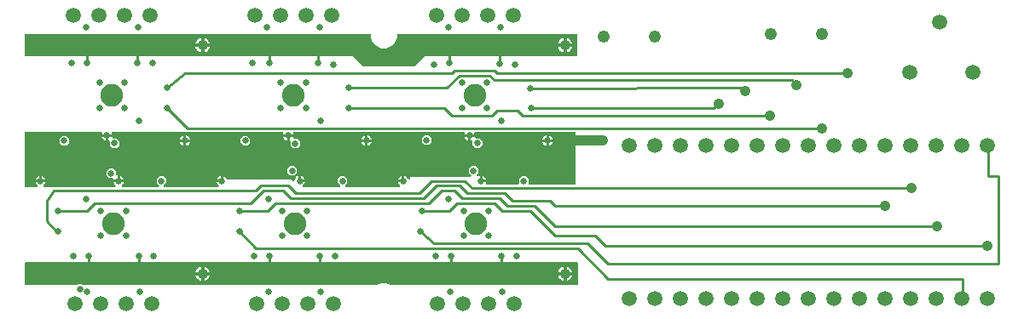
<source format=gbr>
G04 EAGLE Gerber RS-274X export*
G75*
%MOMM*%
%FSLAX34Y34*%
%LPD*%
%INCopper Layer 2*%
%IPPOS*%
%AMOC8*
5,1,8,0,0,1.08239X$1,22.5*%
G01*
%ADD10C,1.500000*%
%ADD11C,1.219200*%
%ADD12C,0.650000*%
%ADD13C,0.254000*%
%ADD14C,1.050000*%
%ADD15C,2.250000*%
%ADD16C,1.016000*%

G36*
X14917Y128748D02*
X14917Y128748D01*
X15056Y128761D01*
X15075Y128768D01*
X15095Y128771D01*
X15224Y128822D01*
X15355Y128869D01*
X15372Y128880D01*
X15391Y128888D01*
X15503Y128969D01*
X15618Y129047D01*
X15632Y129063D01*
X15648Y129074D01*
X15737Y129182D01*
X15829Y129286D01*
X15838Y129304D01*
X15851Y129319D01*
X15910Y129445D01*
X15973Y129569D01*
X15978Y129589D01*
X15986Y129607D01*
X16012Y129744D01*
X16043Y129879D01*
X16042Y129900D01*
X16046Y129920D01*
X16037Y130058D01*
X16033Y130197D01*
X16028Y130217D01*
X16026Y130237D01*
X15984Y130369D01*
X15945Y130503D01*
X15934Y130520D01*
X15928Y130539D01*
X15854Y130657D01*
X15783Y130777D01*
X15765Y130798D01*
X15758Y130808D01*
X15743Y130822D01*
X15677Y130898D01*
X14922Y131653D01*
X14347Y132513D01*
X13951Y133468D01*
X13899Y133731D01*
X19000Y133731D01*
X24101Y133731D01*
X24049Y133468D01*
X23653Y132513D01*
X23078Y131653D01*
X22323Y130898D01*
X22238Y130788D01*
X22149Y130681D01*
X22141Y130662D01*
X22128Y130646D01*
X22073Y130518D01*
X22014Y130393D01*
X22010Y130373D01*
X22002Y130354D01*
X21980Y130216D01*
X21954Y130081D01*
X21955Y130060D01*
X21952Y130040D01*
X21965Y129901D01*
X21974Y129763D01*
X21980Y129744D01*
X21982Y129724D01*
X22029Y129593D01*
X22072Y129461D01*
X22083Y129443D01*
X22089Y129424D01*
X22167Y129310D01*
X22242Y129192D01*
X22257Y129178D01*
X22268Y129161D01*
X22372Y129069D01*
X22474Y128974D01*
X22491Y128964D01*
X22506Y128951D01*
X22630Y128888D01*
X22752Y128820D01*
X22772Y128815D01*
X22790Y128806D01*
X22926Y128776D01*
X23060Y128741D01*
X23088Y128739D01*
X23100Y128737D01*
X23120Y128737D01*
X23221Y128731D01*
X92279Y128731D01*
X92417Y128748D01*
X92556Y128761D01*
X92575Y128768D01*
X92595Y128771D01*
X92724Y128822D01*
X92855Y128869D01*
X92872Y128880D01*
X92891Y128888D01*
X93003Y128969D01*
X93118Y129047D01*
X93132Y129063D01*
X93148Y129074D01*
X93237Y129182D01*
X93329Y129286D01*
X93338Y129304D01*
X93351Y129319D01*
X93410Y129445D01*
X93473Y129569D01*
X93478Y129589D01*
X93486Y129607D01*
X93512Y129744D01*
X93543Y129879D01*
X93542Y129900D01*
X93546Y129920D01*
X93537Y130058D01*
X93533Y130197D01*
X93528Y130217D01*
X93526Y130237D01*
X93484Y130369D01*
X93445Y130503D01*
X93434Y130520D01*
X93428Y130539D01*
X93354Y130657D01*
X93283Y130777D01*
X93265Y130798D01*
X93258Y130808D01*
X93243Y130822D01*
X93177Y130898D01*
X92422Y131653D01*
X91847Y132513D01*
X91451Y133468D01*
X91399Y133731D01*
X96500Y133731D01*
X101601Y133731D01*
X101549Y133468D01*
X101153Y132513D01*
X100578Y131653D01*
X99823Y130898D01*
X99738Y130788D01*
X99649Y130681D01*
X99641Y130662D01*
X99628Y130646D01*
X99573Y130518D01*
X99514Y130393D01*
X99510Y130373D01*
X99502Y130354D01*
X99480Y130216D01*
X99454Y130081D01*
X99455Y130060D01*
X99452Y130040D01*
X99465Y129901D01*
X99474Y129763D01*
X99480Y129744D01*
X99482Y129724D01*
X99529Y129593D01*
X99572Y129461D01*
X99583Y129443D01*
X99589Y129424D01*
X99667Y129310D01*
X99742Y129192D01*
X99757Y129178D01*
X99768Y129161D01*
X99872Y129069D01*
X99974Y128974D01*
X99991Y128964D01*
X100006Y128951D01*
X100130Y128888D01*
X100252Y128820D01*
X100272Y128815D01*
X100290Y128806D01*
X100426Y128776D01*
X100560Y128741D01*
X100588Y128739D01*
X100600Y128737D01*
X100620Y128737D01*
X100721Y128731D01*
X135453Y128731D01*
X135590Y128748D01*
X135729Y128761D01*
X135748Y128768D01*
X135768Y128771D01*
X135897Y128822D01*
X136028Y128869D01*
X136045Y128880D01*
X136064Y128888D01*
X136176Y128969D01*
X136291Y129047D01*
X136305Y129063D01*
X136321Y129074D01*
X136410Y129182D01*
X136502Y129286D01*
X136511Y129304D01*
X136524Y129319D01*
X136583Y129445D01*
X136646Y129569D01*
X136651Y129589D01*
X136659Y129607D01*
X136686Y129743D01*
X136716Y129879D01*
X136715Y129900D01*
X136719Y129920D01*
X136711Y130058D01*
X136706Y130197D01*
X136701Y130217D01*
X136699Y130237D01*
X136657Y130369D01*
X136618Y130503D01*
X136608Y130520D01*
X136601Y130539D01*
X136527Y130657D01*
X136456Y130777D01*
X136438Y130798D01*
X136431Y130808D01*
X136416Y130822D01*
X136350Y130898D01*
X134225Y133022D01*
X134225Y136978D01*
X137022Y139775D01*
X140978Y139775D01*
X143775Y136978D01*
X143775Y133022D01*
X141650Y130898D01*
X141565Y130788D01*
X141476Y130681D01*
X141467Y130662D01*
X141455Y130646D01*
X141400Y130518D01*
X141341Y130393D01*
X141337Y130373D01*
X141329Y130354D01*
X141307Y130216D01*
X141281Y130081D01*
X141282Y130060D01*
X141279Y130040D01*
X141292Y129901D01*
X141301Y129763D01*
X141307Y129744D01*
X141309Y129724D01*
X141356Y129592D01*
X141399Y129461D01*
X141409Y129443D01*
X141416Y129424D01*
X141494Y129309D01*
X141569Y129192D01*
X141584Y129178D01*
X141595Y129161D01*
X141699Y129069D01*
X141800Y128974D01*
X141818Y128964D01*
X141833Y128951D01*
X141957Y128887D01*
X142079Y128820D01*
X142098Y128815D01*
X142117Y128806D01*
X142252Y128776D01*
X142387Y128741D01*
X142415Y128739D01*
X142427Y128737D01*
X142447Y128737D01*
X142547Y128731D01*
X194779Y128731D01*
X194917Y128748D01*
X195056Y128761D01*
X195075Y128768D01*
X195095Y128771D01*
X195224Y128822D01*
X195355Y128869D01*
X195372Y128880D01*
X195391Y128888D01*
X195503Y128969D01*
X195618Y129047D01*
X195632Y129063D01*
X195648Y129074D01*
X195737Y129182D01*
X195829Y129286D01*
X195838Y129304D01*
X195851Y129319D01*
X195910Y129445D01*
X195973Y129569D01*
X195978Y129589D01*
X195986Y129607D01*
X196012Y129744D01*
X196043Y129879D01*
X196042Y129900D01*
X196046Y129920D01*
X196037Y130058D01*
X196033Y130197D01*
X196028Y130217D01*
X196026Y130237D01*
X195984Y130369D01*
X195945Y130503D01*
X195934Y130520D01*
X195928Y130539D01*
X195854Y130657D01*
X195783Y130777D01*
X195765Y130798D01*
X195758Y130808D01*
X195743Y130822D01*
X195677Y130898D01*
X194922Y131653D01*
X194347Y132513D01*
X193951Y133468D01*
X193899Y133731D01*
X199000Y133731D01*
X199118Y133746D01*
X199237Y133753D01*
X199275Y133765D01*
X199315Y133770D01*
X199426Y133814D01*
X199539Y133851D01*
X199573Y133873D01*
X199611Y133887D01*
X199707Y133957D01*
X199808Y134021D01*
X199808Y134022D01*
X199836Y134051D01*
X199868Y134074D01*
X199869Y134075D01*
X199945Y134167D01*
X200026Y134253D01*
X200046Y134289D01*
X200072Y134320D01*
X200122Y134427D01*
X200180Y134532D01*
X200190Y134571D01*
X200207Y134607D01*
X200229Y134724D01*
X200259Y134840D01*
X200263Y134900D01*
X200267Y134920D01*
X200266Y134940D01*
X200269Y135000D01*
X200269Y140101D01*
X200532Y140049D01*
X201487Y139653D01*
X202347Y139079D01*
X203079Y138347D01*
X203653Y137487D01*
X203849Y137014D01*
X203864Y136989D01*
X203873Y136961D01*
X203942Y136851D01*
X204007Y136738D01*
X204027Y136717D01*
X204043Y136692D01*
X204138Y136603D01*
X204228Y136510D01*
X204253Y136494D01*
X204275Y136474D01*
X204388Y136411D01*
X204499Y136343D01*
X204527Y136335D01*
X204553Y136320D01*
X204679Y136288D01*
X204803Y136250D01*
X204832Y136248D01*
X204861Y136241D01*
X205022Y136231D01*
X268731Y136231D01*
X268731Y135743D01*
X268735Y135708D01*
X268733Y135673D01*
X268755Y135550D01*
X268771Y135427D01*
X268783Y135395D01*
X268790Y135360D01*
X268842Y135247D01*
X268888Y135131D01*
X268908Y135103D01*
X268923Y135071D01*
X269001Y134975D01*
X269074Y134874D01*
X269101Y134852D01*
X269124Y134825D01*
X269223Y134751D01*
X269319Y134671D01*
X269351Y134656D01*
X269379Y134635D01*
X269495Y134589D01*
X269607Y134536D01*
X269641Y134529D01*
X269674Y134516D01*
X269798Y134499D01*
X269920Y134476D01*
X269954Y134478D01*
X269989Y134473D01*
X270113Y134488D01*
X270237Y134496D01*
X270270Y134506D01*
X270305Y134511D01*
X270421Y134555D01*
X270539Y134594D01*
X270569Y134612D01*
X270602Y134625D01*
X270703Y134697D01*
X270808Y134764D01*
X270832Y134789D01*
X270861Y134810D01*
X270941Y134905D01*
X271026Y134995D01*
X271043Y135026D01*
X271066Y135053D01*
X271120Y135165D01*
X271180Y135274D01*
X271188Y135308D01*
X271204Y135339D01*
X271245Y135495D01*
X271451Y136532D01*
X271847Y137487D01*
X272357Y138251D01*
X272364Y138264D01*
X272373Y138275D01*
X272435Y138406D01*
X272499Y138535D01*
X272502Y138550D01*
X272509Y138563D01*
X272536Y138704D01*
X272566Y138846D01*
X272566Y138861D01*
X272569Y138876D01*
X272560Y139019D01*
X272554Y139164D01*
X272550Y139178D01*
X272549Y139193D01*
X272504Y139330D01*
X272463Y139469D01*
X272455Y139481D01*
X272451Y139495D01*
X272382Y139604D01*
X272438Y139555D01*
X272469Y139539D01*
X272496Y139517D01*
X272610Y139467D01*
X272721Y139410D01*
X272755Y139403D01*
X272787Y139389D01*
X272910Y139368D01*
X273031Y139341D01*
X273066Y139342D01*
X273101Y139336D01*
X273224Y139347D01*
X273349Y139350D01*
X273383Y139360D01*
X273418Y139363D01*
X273535Y139404D01*
X273654Y139439D01*
X273685Y139457D01*
X273718Y139468D01*
X273857Y139549D01*
X274013Y139653D01*
X274968Y140049D01*
X275231Y140101D01*
X275231Y135000D01*
X275246Y134882D01*
X275253Y134763D01*
X275265Y134725D01*
X275270Y134685D01*
X275314Y134574D01*
X275351Y134461D01*
X275373Y134427D01*
X275387Y134389D01*
X275457Y134293D01*
X275521Y134192D01*
X275522Y134192D01*
X275551Y134164D01*
X275574Y134132D01*
X275575Y134131D01*
X275667Y134055D01*
X275753Y133974D01*
X275789Y133954D01*
X275820Y133928D01*
X275927Y133878D01*
X276032Y133820D01*
X276071Y133810D01*
X276107Y133793D01*
X276224Y133771D01*
X276340Y133741D01*
X276400Y133737D01*
X276420Y133733D01*
X276440Y133734D01*
X276500Y133731D01*
X281601Y133731D01*
X281549Y133468D01*
X281153Y132513D01*
X280578Y131653D01*
X279823Y130898D01*
X279738Y130788D01*
X279649Y130681D01*
X279641Y130662D01*
X279628Y130646D01*
X279573Y130518D01*
X279514Y130393D01*
X279510Y130373D01*
X279502Y130354D01*
X279480Y130216D01*
X279454Y130081D01*
X279455Y130060D01*
X279452Y130040D01*
X279465Y129901D01*
X279474Y129763D01*
X279480Y129744D01*
X279482Y129724D01*
X279529Y129593D01*
X279572Y129461D01*
X279583Y129443D01*
X279589Y129424D01*
X279667Y129310D01*
X279742Y129192D01*
X279757Y129178D01*
X279768Y129161D01*
X279872Y129069D01*
X279974Y128974D01*
X279991Y128964D01*
X280006Y128951D01*
X280130Y128888D01*
X280252Y128820D01*
X280272Y128815D01*
X280290Y128806D01*
X280426Y128776D01*
X280560Y128741D01*
X280588Y128739D01*
X280600Y128737D01*
X280620Y128737D01*
X280721Y128731D01*
X315453Y128731D01*
X315590Y128748D01*
X315729Y128761D01*
X315748Y128768D01*
X315768Y128771D01*
X315897Y128822D01*
X316028Y128869D01*
X316045Y128880D01*
X316064Y128888D01*
X316176Y128969D01*
X316291Y129047D01*
X316305Y129063D01*
X316321Y129074D01*
X316410Y129182D01*
X316502Y129286D01*
X316511Y129304D01*
X316524Y129319D01*
X316583Y129445D01*
X316646Y129569D01*
X316651Y129589D01*
X316659Y129607D01*
X316686Y129743D01*
X316716Y129879D01*
X316715Y129900D01*
X316719Y129920D01*
X316711Y130058D01*
X316706Y130197D01*
X316701Y130217D01*
X316699Y130237D01*
X316657Y130369D01*
X316618Y130503D01*
X316608Y130520D01*
X316601Y130539D01*
X316527Y130657D01*
X316456Y130777D01*
X316438Y130798D01*
X316431Y130808D01*
X316416Y130822D01*
X316350Y130898D01*
X314225Y133022D01*
X314225Y136978D01*
X317022Y139775D01*
X320978Y139775D01*
X323775Y136978D01*
X323775Y133022D01*
X321650Y130898D01*
X321565Y130788D01*
X321476Y130681D01*
X321467Y130662D01*
X321455Y130646D01*
X321400Y130518D01*
X321341Y130393D01*
X321337Y130373D01*
X321329Y130354D01*
X321307Y130216D01*
X321281Y130081D01*
X321282Y130060D01*
X321279Y130040D01*
X321292Y129901D01*
X321301Y129763D01*
X321307Y129744D01*
X321309Y129724D01*
X321356Y129592D01*
X321399Y129461D01*
X321409Y129443D01*
X321416Y129424D01*
X321494Y129309D01*
X321569Y129192D01*
X321584Y129178D01*
X321595Y129161D01*
X321699Y129069D01*
X321800Y128974D01*
X321818Y128964D01*
X321833Y128951D01*
X321957Y128887D01*
X322079Y128820D01*
X322098Y128815D01*
X322117Y128806D01*
X322252Y128776D01*
X322387Y128741D01*
X322415Y128739D01*
X322427Y128737D01*
X322447Y128737D01*
X322547Y128731D01*
X374779Y128731D01*
X374917Y128748D01*
X375056Y128761D01*
X375075Y128768D01*
X375095Y128771D01*
X375224Y128822D01*
X375355Y128869D01*
X375372Y128880D01*
X375391Y128888D01*
X375503Y128969D01*
X375618Y129047D01*
X375632Y129063D01*
X375648Y129074D01*
X375737Y129182D01*
X375829Y129286D01*
X375838Y129304D01*
X375851Y129319D01*
X375910Y129445D01*
X375973Y129569D01*
X375978Y129589D01*
X375986Y129607D01*
X376012Y129744D01*
X376043Y129879D01*
X376042Y129900D01*
X376046Y129920D01*
X376037Y130058D01*
X376033Y130197D01*
X376028Y130217D01*
X376026Y130237D01*
X375984Y130369D01*
X375945Y130503D01*
X375934Y130520D01*
X375928Y130539D01*
X375854Y130657D01*
X375783Y130777D01*
X375765Y130798D01*
X375758Y130808D01*
X375743Y130822D01*
X375677Y130898D01*
X374922Y131653D01*
X374347Y132513D01*
X373951Y133468D01*
X373899Y133731D01*
X379000Y133731D01*
X379118Y133746D01*
X379237Y133753D01*
X379275Y133765D01*
X379315Y133770D01*
X379426Y133814D01*
X379539Y133851D01*
X379573Y133873D01*
X379611Y133887D01*
X379707Y133957D01*
X379808Y134021D01*
X379808Y134022D01*
X379836Y134051D01*
X379868Y134074D01*
X379869Y134075D01*
X379945Y134167D01*
X380026Y134253D01*
X380046Y134289D01*
X380072Y134320D01*
X380122Y134427D01*
X380180Y134532D01*
X380190Y134571D01*
X380207Y134607D01*
X380229Y134724D01*
X380259Y134840D01*
X380263Y134900D01*
X380267Y134920D01*
X380266Y134940D01*
X380269Y135000D01*
X380269Y140101D01*
X380532Y140049D01*
X381487Y139653D01*
X382347Y139079D01*
X383079Y138347D01*
X383653Y137487D01*
X383827Y137066D01*
X383862Y137006D01*
X383888Y136941D01*
X383940Y136868D01*
X383985Y136790D01*
X384033Y136740D01*
X384074Y136684D01*
X384144Y136626D01*
X384206Y136562D01*
X384266Y136525D01*
X384319Y136481D01*
X384401Y136443D01*
X384477Y136396D01*
X384544Y136375D01*
X384607Y136345D01*
X384695Y136328D01*
X384781Y136302D01*
X384851Y136299D01*
X384920Y136286D01*
X385009Y136291D01*
X385099Y136287D01*
X385167Y136301D01*
X385237Y136305D01*
X385322Y136333D01*
X385410Y136351D01*
X385473Y136382D01*
X385539Y136403D01*
X385615Y136451D01*
X385696Y136491D01*
X385749Y136536D01*
X385808Y136573D01*
X385870Y136639D01*
X385938Y136697D01*
X385978Y136754D01*
X386026Y136805D01*
X386069Y136884D01*
X386121Y136957D01*
X386146Y137023D01*
X386180Y137084D01*
X386202Y137170D01*
X386234Y137255D01*
X386242Y137324D01*
X386259Y137392D01*
X386269Y137552D01*
X386269Y138731D01*
X445453Y138731D01*
X445590Y138748D01*
X445729Y138761D01*
X445748Y138768D01*
X445768Y138771D01*
X445897Y138822D01*
X446028Y138869D01*
X446045Y138880D01*
X446064Y138888D01*
X446176Y138969D01*
X446291Y139047D01*
X446305Y139063D01*
X446321Y139074D01*
X446410Y139182D01*
X446502Y139286D01*
X446511Y139304D01*
X446524Y139319D01*
X446583Y139445D01*
X446646Y139569D01*
X446651Y139589D01*
X446659Y139607D01*
X446686Y139743D01*
X446716Y139879D01*
X446715Y139900D01*
X446719Y139920D01*
X446711Y140057D01*
X446706Y140197D01*
X446701Y140217D01*
X446699Y140237D01*
X446657Y140369D01*
X446618Y140503D01*
X446608Y140520D01*
X446601Y140539D01*
X446527Y140657D01*
X446456Y140777D01*
X446438Y140798D01*
X446431Y140808D01*
X446416Y140822D01*
X446350Y140898D01*
X444225Y143022D01*
X444225Y146978D01*
X447022Y149775D01*
X450978Y149775D01*
X453775Y146978D01*
X453775Y143022D01*
X452254Y141502D01*
X452233Y141474D01*
X452206Y141451D01*
X452136Y141349D01*
X452059Y141250D01*
X452045Y141218D01*
X452025Y141189D01*
X451982Y141073D01*
X451933Y140959D01*
X451927Y140924D01*
X451915Y140891D01*
X451903Y140768D01*
X451883Y140645D01*
X451886Y140610D01*
X451883Y140575D01*
X451901Y140452D01*
X451913Y140328D01*
X451925Y140295D01*
X451930Y140260D01*
X451978Y140146D01*
X452021Y140029D01*
X452040Y140000D01*
X452054Y139967D01*
X452129Y139868D01*
X452199Y139766D01*
X452225Y139742D01*
X452247Y139714D01*
X452344Y139637D01*
X452438Y139555D01*
X452469Y139539D01*
X452496Y139517D01*
X452610Y139467D01*
X452721Y139410D01*
X452755Y139403D01*
X452787Y139389D01*
X452910Y139368D01*
X453031Y139341D01*
X453066Y139342D01*
X453101Y139336D01*
X453224Y139347D01*
X453349Y139350D01*
X453383Y139360D01*
X453418Y139363D01*
X453535Y139404D01*
X453654Y139439D01*
X453685Y139457D01*
X453718Y139468D01*
X453857Y139549D01*
X454013Y139653D01*
X454968Y140049D01*
X455231Y140101D01*
X455231Y135000D01*
X455246Y134882D01*
X455253Y134763D01*
X455265Y134725D01*
X455270Y134685D01*
X455314Y134574D01*
X455351Y134461D01*
X455373Y134427D01*
X455387Y134389D01*
X455457Y134293D01*
X455521Y134192D01*
X455522Y134192D01*
X455551Y134164D01*
X455574Y134132D01*
X455575Y134131D01*
X455667Y134055D01*
X455753Y133974D01*
X455789Y133954D01*
X455820Y133928D01*
X455927Y133878D01*
X456032Y133820D01*
X456071Y133810D01*
X456107Y133793D01*
X456224Y133771D01*
X456340Y133741D01*
X456400Y133737D01*
X456420Y133733D01*
X456440Y133734D01*
X456500Y133731D01*
X461601Y133731D01*
X461549Y133468D01*
X461349Y132986D01*
X461339Y132949D01*
X461331Y132931D01*
X461329Y132923D01*
X461315Y132893D01*
X461294Y132785D01*
X461265Y132679D01*
X461264Y132629D01*
X461255Y132581D01*
X461262Y132471D01*
X461260Y132361D01*
X461272Y132313D01*
X461275Y132263D01*
X461309Y132159D01*
X461334Y132052D01*
X461357Y132008D01*
X461373Y131961D01*
X461432Y131868D01*
X461483Y131771D01*
X461516Y131734D01*
X461543Y131692D01*
X461623Y131617D01*
X461697Y131535D01*
X461738Y131508D01*
X461775Y131474D01*
X461871Y131421D01*
X461962Y131361D01*
X462010Y131344D01*
X462053Y131320D01*
X462159Y131293D01*
X462263Y131257D01*
X462313Y131253D01*
X462361Y131241D01*
X462522Y131231D01*
X492956Y131231D01*
X493074Y131246D01*
X493193Y131253D01*
X493231Y131266D01*
X493272Y131271D01*
X493382Y131314D01*
X493495Y131351D01*
X493530Y131373D01*
X493567Y131388D01*
X493663Y131458D01*
X493764Y131521D01*
X493792Y131551D01*
X493825Y131574D01*
X493901Y131666D01*
X493982Y131753D01*
X494002Y131788D01*
X494027Y131819D01*
X494078Y131927D01*
X494136Y132031D01*
X494146Y132071D01*
X494163Y132107D01*
X494185Y132224D01*
X494215Y132339D01*
X494219Y132400D01*
X494223Y132420D01*
X494221Y132440D01*
X494223Y132457D01*
X494223Y132458D01*
X494223Y132459D01*
X494225Y132500D01*
X494225Y136978D01*
X497022Y139775D01*
X500978Y139775D01*
X503775Y136978D01*
X503775Y132500D01*
X503790Y132382D01*
X503797Y132263D01*
X503810Y132225D01*
X503815Y132184D01*
X503858Y132074D01*
X503895Y131961D01*
X503917Y131926D01*
X503932Y131889D01*
X504001Y131793D01*
X504065Y131692D01*
X504095Y131664D01*
X504118Y131631D01*
X504210Y131556D01*
X504297Y131474D01*
X504332Y131454D01*
X504363Y131429D01*
X504471Y131378D01*
X504575Y131320D01*
X504615Y131310D01*
X504651Y131293D01*
X504768Y131271D01*
X504883Y131241D01*
X504943Y131237D01*
X504963Y131233D01*
X504984Y131235D01*
X505044Y131231D01*
X549000Y131231D01*
X549118Y131246D01*
X549237Y131253D01*
X549275Y131266D01*
X549316Y131271D01*
X549426Y131314D01*
X549539Y131351D01*
X549574Y131373D01*
X549611Y131388D01*
X549707Y131458D01*
X549808Y131521D01*
X549836Y131551D01*
X549869Y131574D01*
X549945Y131666D01*
X550026Y131753D01*
X550046Y131788D01*
X550071Y131819D01*
X550122Y131927D01*
X550180Y132031D01*
X550190Y132071D01*
X550207Y132107D01*
X550229Y132224D01*
X550259Y132339D01*
X550263Y132400D01*
X550267Y132420D01*
X550265Y132440D01*
X550267Y132457D01*
X550267Y132458D01*
X550267Y132459D01*
X550269Y132500D01*
X550269Y182500D01*
X550254Y182618D01*
X550247Y182737D01*
X550234Y182775D01*
X550229Y182816D01*
X550186Y182926D01*
X550149Y183039D01*
X550127Y183074D01*
X550112Y183111D01*
X550043Y183207D01*
X549979Y183308D01*
X549949Y183336D01*
X549926Y183369D01*
X549834Y183445D01*
X549747Y183526D01*
X549712Y183546D01*
X549681Y183571D01*
X549573Y183622D01*
X549469Y183680D01*
X549429Y183690D01*
X549393Y183707D01*
X549276Y183729D01*
X549161Y183759D01*
X549101Y183763D01*
X549081Y183767D01*
X549060Y183765D01*
X549000Y183769D01*
X451022Y183769D01*
X450972Y183763D01*
X450923Y183765D01*
X450815Y183743D01*
X450706Y183729D01*
X450660Y183711D01*
X450611Y183701D01*
X450513Y183653D01*
X450410Y183612D01*
X450370Y183583D01*
X450326Y183561D01*
X450242Y183490D01*
X450153Y183426D01*
X450121Y183387D01*
X450084Y183355D01*
X450020Y183265D01*
X449950Y183181D01*
X449929Y183136D01*
X449900Y183095D01*
X449862Y182992D01*
X449815Y182893D01*
X449805Y182844D01*
X449788Y182798D01*
X449776Y182688D01*
X449755Y182581D01*
X449758Y182531D01*
X449753Y182482D01*
X449768Y182373D01*
X449775Y182263D01*
X449790Y182216D01*
X449797Y182167D01*
X449849Y182014D01*
X450049Y181532D01*
X450101Y181269D01*
X445000Y181269D01*
X439899Y181269D01*
X439951Y181532D01*
X440151Y182014D01*
X440164Y182062D01*
X440185Y182107D01*
X440206Y182215D01*
X440235Y182321D01*
X440236Y182371D01*
X440245Y182420D01*
X440238Y182529D01*
X440240Y182639D01*
X440228Y182687D01*
X440225Y182737D01*
X440191Y182841D01*
X440166Y182948D01*
X440143Y182992D01*
X440127Y183039D01*
X440068Y183132D01*
X440017Y183229D01*
X439984Y183266D01*
X439957Y183308D01*
X439877Y183383D01*
X439803Y183465D01*
X439762Y183492D01*
X439725Y183526D01*
X439629Y183579D01*
X439537Y183639D01*
X439490Y183656D01*
X439447Y183680D01*
X439341Y183707D01*
X439237Y183743D01*
X439187Y183747D01*
X439139Y183759D01*
X438978Y183769D01*
X271022Y183769D01*
X270972Y183763D01*
X270923Y183765D01*
X270815Y183743D01*
X270706Y183729D01*
X270660Y183711D01*
X270611Y183701D01*
X270513Y183653D01*
X270410Y183612D01*
X270370Y183583D01*
X270326Y183561D01*
X270242Y183490D01*
X270153Y183426D01*
X270121Y183387D01*
X270084Y183355D01*
X270020Y183265D01*
X269950Y183181D01*
X269929Y183136D01*
X269900Y183095D01*
X269862Y182992D01*
X269815Y182893D01*
X269805Y182844D01*
X269788Y182798D01*
X269776Y182688D01*
X269755Y182581D01*
X269758Y182531D01*
X269753Y182482D01*
X269768Y182373D01*
X269775Y182263D01*
X269790Y182216D01*
X269797Y182167D01*
X269849Y182014D01*
X270049Y181532D01*
X270101Y181269D01*
X265000Y181269D01*
X259899Y181269D01*
X259951Y181532D01*
X260151Y182014D01*
X260164Y182062D01*
X260185Y182107D01*
X260206Y182215D01*
X260235Y182321D01*
X260236Y182371D01*
X260245Y182420D01*
X260238Y182529D01*
X260240Y182639D01*
X260228Y182687D01*
X260225Y182737D01*
X260191Y182841D01*
X260166Y182948D01*
X260143Y182992D01*
X260127Y183039D01*
X260069Y183132D01*
X260017Y183229D01*
X259984Y183266D01*
X259957Y183308D01*
X259877Y183383D01*
X259803Y183465D01*
X259762Y183492D01*
X259726Y183526D01*
X259629Y183579D01*
X259538Y183639D01*
X259490Y183656D01*
X259447Y183680D01*
X259341Y183707D01*
X259237Y183743D01*
X259187Y183747D01*
X259139Y183759D01*
X258978Y183769D01*
X91022Y183769D01*
X90972Y183763D01*
X90923Y183765D01*
X90815Y183743D01*
X90706Y183729D01*
X90660Y183711D01*
X90611Y183701D01*
X90513Y183653D01*
X90410Y183612D01*
X90370Y183583D01*
X90326Y183561D01*
X90242Y183490D01*
X90153Y183426D01*
X90121Y183387D01*
X90084Y183355D01*
X90020Y183265D01*
X89950Y183181D01*
X89929Y183136D01*
X89900Y183095D01*
X89862Y182992D01*
X89815Y182893D01*
X89805Y182844D01*
X89788Y182798D01*
X89776Y182688D01*
X89755Y182581D01*
X89758Y182531D01*
X89753Y182482D01*
X89768Y182373D01*
X89775Y182263D01*
X89790Y182216D01*
X89797Y182167D01*
X89849Y182014D01*
X90049Y181532D01*
X90101Y181269D01*
X85000Y181269D01*
X79899Y181269D01*
X79951Y181532D01*
X80151Y182014D01*
X80164Y182062D01*
X80185Y182107D01*
X80206Y182215D01*
X80235Y182321D01*
X80236Y182371D01*
X80245Y182420D01*
X80238Y182529D01*
X80240Y182639D01*
X80228Y182687D01*
X80225Y182737D01*
X80191Y182841D01*
X80166Y182948D01*
X80143Y182992D01*
X80127Y183039D01*
X80068Y183132D01*
X80017Y183229D01*
X79984Y183266D01*
X79957Y183308D01*
X79877Y183383D01*
X79803Y183465D01*
X79762Y183492D01*
X79725Y183526D01*
X79629Y183579D01*
X79537Y183639D01*
X79490Y183656D01*
X79447Y183680D01*
X79341Y183707D01*
X79237Y183743D01*
X79187Y183747D01*
X79139Y183759D01*
X78978Y183769D01*
X4278Y183769D01*
X4160Y183754D01*
X4041Y183747D01*
X4003Y183734D01*
X3962Y183729D01*
X3852Y183686D01*
X3739Y183649D01*
X3704Y183627D01*
X3667Y183612D01*
X3571Y183543D01*
X3470Y183479D01*
X3442Y183449D01*
X3409Y183426D01*
X3333Y183334D01*
X3252Y183247D01*
X3232Y183212D01*
X3207Y183181D01*
X3156Y183073D01*
X3098Y182969D01*
X3088Y182929D01*
X3071Y182893D01*
X3049Y182776D01*
X3019Y182661D01*
X3015Y182601D01*
X3011Y182581D01*
X3013Y182560D01*
X3009Y182500D01*
X3009Y130000D01*
X3024Y129882D01*
X3031Y129763D01*
X3044Y129725D01*
X3049Y129684D01*
X3092Y129574D01*
X3129Y129461D01*
X3151Y129426D01*
X3166Y129389D01*
X3235Y129293D01*
X3299Y129192D01*
X3329Y129164D01*
X3352Y129131D01*
X3444Y129056D01*
X3531Y128974D01*
X3566Y128954D01*
X3597Y128929D01*
X3705Y128878D01*
X3809Y128820D01*
X3849Y128810D01*
X3885Y128793D01*
X4002Y128771D01*
X4117Y128741D01*
X4177Y128737D01*
X4197Y128733D01*
X4218Y128735D01*
X4278Y128731D01*
X14779Y128731D01*
X14917Y128748D01*
G37*
G36*
X390098Y248743D02*
X390098Y248743D01*
X390197Y248746D01*
X390255Y248763D01*
X390316Y248771D01*
X390408Y248807D01*
X390503Y248835D01*
X390555Y248865D01*
X390611Y248888D01*
X390691Y248946D01*
X390777Y248996D01*
X390852Y249062D01*
X390869Y249074D01*
X390876Y249084D01*
X390898Y249103D01*
X400526Y258731D01*
X550750Y258731D01*
X550868Y258746D01*
X550987Y258753D01*
X551025Y258766D01*
X551066Y258771D01*
X551176Y258814D01*
X551289Y258851D01*
X551324Y258873D01*
X551361Y258888D01*
X551457Y258958D01*
X551558Y259021D01*
X551586Y259051D01*
X551619Y259074D01*
X551695Y259166D01*
X551776Y259253D01*
X551796Y259288D01*
X551821Y259319D01*
X551872Y259427D01*
X551930Y259531D01*
X551940Y259571D01*
X551957Y259607D01*
X551979Y259724D01*
X552009Y259839D01*
X552013Y259900D01*
X552017Y259920D01*
X552015Y259940D01*
X552019Y260000D01*
X552019Y280000D01*
X552004Y280118D01*
X551997Y280237D01*
X551984Y280275D01*
X551979Y280316D01*
X551936Y280426D01*
X551899Y280539D01*
X551877Y280574D01*
X551862Y280611D01*
X551793Y280707D01*
X551729Y280808D01*
X551699Y280836D01*
X551676Y280869D01*
X551584Y280945D01*
X551497Y281026D01*
X551462Y281046D01*
X551431Y281071D01*
X551323Y281122D01*
X551219Y281180D01*
X551179Y281190D01*
X551143Y281207D01*
X551026Y281229D01*
X550911Y281259D01*
X550851Y281263D01*
X550831Y281267D01*
X550810Y281265D01*
X550750Y281269D01*
X374270Y281269D01*
X374152Y281254D01*
X374033Y281247D01*
X373995Y281234D01*
X373954Y281229D01*
X373844Y281186D01*
X373731Y281149D01*
X373696Y281127D01*
X373659Y281112D01*
X373563Y281043D01*
X373462Y280979D01*
X373434Y280949D01*
X373401Y280926D01*
X373325Y280834D01*
X373244Y280747D01*
X373224Y280712D01*
X373199Y280681D01*
X373148Y280573D01*
X373090Y280469D01*
X373080Y280429D01*
X373063Y280393D01*
X373041Y280276D01*
X373011Y280161D01*
X373007Y280101D01*
X373003Y280081D01*
X373005Y280060D01*
X373001Y280000D01*
X373001Y277414D01*
X371022Y272636D01*
X367364Y268978D01*
X362586Y266999D01*
X357414Y266999D01*
X352636Y268978D01*
X348978Y272636D01*
X346999Y277414D01*
X346999Y280000D01*
X346984Y280118D01*
X346977Y280237D01*
X346964Y280275D01*
X346959Y280316D01*
X346916Y280426D01*
X346879Y280539D01*
X346857Y280574D01*
X346842Y280611D01*
X346773Y280707D01*
X346709Y280808D01*
X346679Y280836D01*
X346656Y280869D01*
X346564Y280945D01*
X346477Y281026D01*
X346442Y281046D01*
X346411Y281071D01*
X346303Y281122D01*
X346199Y281180D01*
X346159Y281190D01*
X346123Y281207D01*
X346006Y281229D01*
X345891Y281259D01*
X345831Y281263D01*
X345811Y281267D01*
X345790Y281265D01*
X345730Y281269D01*
X4278Y281269D01*
X4160Y281254D01*
X4041Y281247D01*
X4003Y281234D01*
X3962Y281229D01*
X3852Y281186D01*
X3739Y281149D01*
X3704Y281127D01*
X3667Y281112D01*
X3571Y281043D01*
X3470Y280979D01*
X3442Y280949D01*
X3409Y280926D01*
X3333Y280834D01*
X3252Y280747D01*
X3232Y280712D01*
X3207Y280681D01*
X3156Y280573D01*
X3098Y280469D01*
X3088Y280429D01*
X3071Y280393D01*
X3049Y280276D01*
X3019Y280161D01*
X3015Y280101D01*
X3011Y280081D01*
X3013Y280060D01*
X3009Y280000D01*
X3009Y260000D01*
X3024Y259882D01*
X3031Y259763D01*
X3044Y259725D01*
X3049Y259684D01*
X3092Y259574D01*
X3129Y259461D01*
X3151Y259426D01*
X3166Y259389D01*
X3235Y259293D01*
X3299Y259192D01*
X3329Y259164D01*
X3352Y259131D01*
X3444Y259056D01*
X3531Y258974D01*
X3566Y258954D01*
X3597Y258929D01*
X3705Y258878D01*
X3809Y258820D01*
X3849Y258810D01*
X3885Y258793D01*
X4002Y258771D01*
X4117Y258741D01*
X4177Y258737D01*
X4197Y258733D01*
X4218Y258735D01*
X4278Y258731D01*
X329474Y258731D01*
X339103Y249103D01*
X339181Y249042D01*
X339253Y248974D01*
X339306Y248945D01*
X339354Y248908D01*
X339445Y248868D01*
X339531Y248820D01*
X339590Y248805D01*
X339646Y248781D01*
X339744Y248766D01*
X339839Y248741D01*
X339939Y248735D01*
X339960Y248731D01*
X339972Y248733D01*
X340000Y248731D01*
X390000Y248731D01*
X390098Y248743D01*
G37*
G36*
X55051Y31243D02*
X55051Y31243D01*
X55150Y31246D01*
X55208Y31263D01*
X55268Y31271D01*
X55360Y31307D01*
X55455Y31335D01*
X55507Y31365D01*
X55564Y31388D01*
X55644Y31446D01*
X55729Y31496D01*
X55805Y31562D01*
X55821Y31574D01*
X55829Y31584D01*
X55850Y31603D01*
X56022Y31775D01*
X59978Y31775D01*
X60150Y31603D01*
X60228Y31542D01*
X60300Y31474D01*
X60353Y31445D01*
X60401Y31408D01*
X60492Y31368D01*
X60579Y31320D01*
X60637Y31305D01*
X60693Y31281D01*
X60791Y31266D01*
X60887Y31241D01*
X60987Y31235D01*
X61007Y31231D01*
X61019Y31233D01*
X61047Y31231D01*
X352888Y31231D01*
X352898Y31232D01*
X352907Y31231D01*
X353056Y31252D01*
X353204Y31271D01*
X353213Y31274D01*
X353222Y31275D01*
X353374Y31327D01*
X357414Y33001D01*
X362586Y33001D01*
X366626Y31327D01*
X366635Y31325D01*
X366643Y31320D01*
X366788Y31283D01*
X366933Y31243D01*
X366942Y31243D01*
X366951Y31241D01*
X367112Y31231D01*
X551500Y31231D01*
X551618Y31246D01*
X551737Y31253D01*
X551775Y31266D01*
X551816Y31271D01*
X551926Y31314D01*
X552039Y31351D01*
X552074Y31373D01*
X552111Y31388D01*
X552207Y31458D01*
X552308Y31521D01*
X552336Y31551D01*
X552369Y31574D01*
X552445Y31666D01*
X552526Y31753D01*
X552546Y31788D01*
X552571Y31819D01*
X552622Y31927D01*
X552680Y32031D01*
X552690Y32071D01*
X552707Y32107D01*
X552729Y32224D01*
X552759Y32339D01*
X552763Y32400D01*
X552767Y32420D01*
X552765Y32440D01*
X552769Y32500D01*
X552769Y52500D01*
X552754Y52618D01*
X552747Y52737D01*
X552734Y52775D01*
X552729Y52816D01*
X552686Y52926D01*
X552649Y53039D01*
X552627Y53074D01*
X552612Y53111D01*
X552543Y53207D01*
X552479Y53308D01*
X552449Y53336D01*
X552426Y53369D01*
X552334Y53445D01*
X552247Y53526D01*
X552212Y53546D01*
X552181Y53571D01*
X552073Y53622D01*
X551969Y53680D01*
X551929Y53690D01*
X551893Y53707D01*
X551776Y53729D01*
X551661Y53759D01*
X551601Y53763D01*
X551581Y53767D01*
X551560Y53765D01*
X551500Y53769D01*
X4278Y53769D01*
X4160Y53754D01*
X4041Y53747D01*
X4003Y53734D01*
X3962Y53729D01*
X3852Y53686D01*
X3739Y53649D01*
X3704Y53627D01*
X3667Y53612D01*
X3571Y53542D01*
X3470Y53479D01*
X3442Y53449D01*
X3409Y53426D01*
X3333Y53334D01*
X3252Y53247D01*
X3232Y53212D01*
X3207Y53181D01*
X3156Y53073D01*
X3098Y52969D01*
X3088Y52929D01*
X3071Y52893D01*
X3049Y52776D01*
X3019Y52661D01*
X3015Y52600D01*
X3011Y52580D01*
X3013Y52560D01*
X3009Y52500D01*
X3009Y32500D01*
X3024Y32382D01*
X3031Y32263D01*
X3044Y32225D01*
X3049Y32184D01*
X3092Y32074D01*
X3129Y31961D01*
X3151Y31926D01*
X3166Y31889D01*
X3235Y31793D01*
X3299Y31692D01*
X3329Y31664D01*
X3352Y31631D01*
X3444Y31556D01*
X3531Y31474D01*
X3566Y31454D01*
X3597Y31429D01*
X3705Y31378D01*
X3809Y31320D01*
X3849Y31310D01*
X3885Y31293D01*
X4002Y31271D01*
X4117Y31241D01*
X4177Y31237D01*
X4197Y31233D01*
X4218Y31235D01*
X4278Y31231D01*
X54953Y31231D01*
X55051Y31243D01*
G37*
%LPC*%
G36*
X451022Y167725D02*
X451022Y167725D01*
X448225Y170522D01*
X448225Y173753D01*
X448219Y173803D01*
X448221Y173852D01*
X448199Y173960D01*
X448185Y174069D01*
X448167Y174115D01*
X448157Y174164D01*
X448109Y174262D01*
X448068Y174364D01*
X448039Y174405D01*
X448017Y174450D01*
X447946Y174533D01*
X447882Y174622D01*
X447843Y174653D01*
X447811Y174691D01*
X447721Y174754D01*
X447637Y174824D01*
X447591Y174846D01*
X447551Y174874D01*
X447448Y174913D01*
X447349Y174960D01*
X447300Y174969D01*
X447253Y174987D01*
X447144Y174999D01*
X447037Y175020D01*
X446987Y175017D01*
X446937Y175022D01*
X446829Y175007D01*
X446719Y175000D01*
X446672Y174985D01*
X446622Y174978D01*
X446563Y174957D01*
X446269Y174899D01*
X446269Y178731D01*
X450109Y178731D01*
X450107Y178707D01*
X450091Y178624D01*
X450096Y178549D01*
X450091Y178474D01*
X450106Y178391D01*
X450111Y178307D01*
X450134Y178236D01*
X450148Y178162D01*
X450183Y178085D01*
X450209Y178005D01*
X450249Y177941D01*
X450281Y177873D01*
X450334Y177807D01*
X450379Y177736D01*
X450434Y177684D01*
X450482Y177626D01*
X450549Y177576D01*
X450611Y177518D01*
X450677Y177482D01*
X450737Y177437D01*
X450816Y177405D01*
X450889Y177364D01*
X450962Y177346D01*
X451032Y177317D01*
X451116Y177306D01*
X451197Y177285D01*
X451338Y177276D01*
X451347Y177275D01*
X451351Y177275D01*
X451358Y177275D01*
X454978Y177275D01*
X457775Y174478D01*
X457775Y170522D01*
X454978Y167725D01*
X451022Y167725D01*
G37*
%LPD*%
%LPC*%
G36*
X270022Y167225D02*
X270022Y167225D01*
X267225Y170022D01*
X267225Y173542D01*
X267215Y173626D01*
X267214Y173711D01*
X267195Y173783D01*
X267185Y173858D01*
X267154Y173936D01*
X267133Y174018D01*
X267096Y174084D01*
X267068Y174154D01*
X267019Y174222D01*
X266978Y174296D01*
X266926Y174350D01*
X266882Y174411D01*
X266816Y174465D01*
X266758Y174526D01*
X266695Y174566D01*
X266637Y174614D01*
X266560Y174650D01*
X266489Y174695D01*
X266417Y174717D01*
X266349Y174749D01*
X266269Y174765D01*
X266269Y178731D01*
X270101Y178731D01*
X270045Y178446D01*
X270040Y178437D01*
X270019Y178329D01*
X269990Y178223D01*
X269990Y178173D01*
X269980Y178124D01*
X269987Y178015D01*
X269985Y177905D01*
X269997Y177857D01*
X270000Y177807D01*
X270034Y177703D01*
X270059Y177596D01*
X270083Y177552D01*
X270098Y177505D01*
X270157Y177412D01*
X270208Y177315D01*
X270242Y177278D01*
X270268Y177236D01*
X270348Y177161D01*
X270422Y177080D01*
X270463Y177052D01*
X270500Y177018D01*
X270596Y176965D01*
X270687Y176905D01*
X270735Y176889D01*
X270778Y176864D01*
X270884Y176837D01*
X270988Y176801D01*
X271038Y176797D01*
X271086Y176785D01*
X271247Y176775D01*
X273978Y176775D01*
X276775Y173978D01*
X276775Y170022D01*
X273978Y167225D01*
X270022Y167225D01*
G37*
%LPD*%
%LPC*%
G36*
X91391Y136269D02*
X91391Y136269D01*
X91393Y136293D01*
X91409Y136376D01*
X91404Y136451D01*
X91409Y136526D01*
X91394Y136609D01*
X91389Y136693D01*
X91366Y136764D01*
X91352Y136838D01*
X91317Y136915D01*
X91291Y136995D01*
X91251Y137059D01*
X91219Y137127D01*
X91166Y137193D01*
X91121Y137264D01*
X91066Y137316D01*
X91018Y137374D01*
X90951Y137424D01*
X90889Y137482D01*
X90823Y137518D01*
X90763Y137563D01*
X90684Y137595D01*
X90611Y137636D01*
X90538Y137654D01*
X90468Y137683D01*
X90384Y137694D01*
X90303Y137715D01*
X90162Y137724D01*
X90153Y137725D01*
X90149Y137725D01*
X90142Y137725D01*
X87022Y137725D01*
X84225Y140522D01*
X84225Y144478D01*
X87022Y147275D01*
X90978Y147275D01*
X93775Y144478D01*
X93775Y141358D01*
X93785Y141274D01*
X93786Y141190D01*
X93805Y141117D01*
X93815Y141043D01*
X93846Y140964D01*
X93867Y140882D01*
X93904Y140817D01*
X93932Y140747D01*
X93981Y140679D01*
X94022Y140605D01*
X94074Y140550D01*
X94118Y140490D01*
X94184Y140436D01*
X94242Y140375D01*
X94305Y140335D01*
X94363Y140287D01*
X94440Y140251D01*
X94511Y140206D01*
X94583Y140183D01*
X94651Y140151D01*
X94734Y140135D01*
X94815Y140110D01*
X94890Y140106D01*
X94963Y140091D01*
X95048Y140097D01*
X95132Y140092D01*
X95231Y140105D01*
X95231Y136269D01*
X91391Y136269D01*
G37*
%LPD*%
%LPC*%
G36*
X90522Y167725D02*
X90522Y167725D01*
X87725Y170522D01*
X87725Y173642D01*
X87715Y173726D01*
X87714Y173810D01*
X87695Y173883D01*
X87685Y173957D01*
X87654Y174036D01*
X87633Y174118D01*
X87596Y174183D01*
X87568Y174253D01*
X87519Y174321D01*
X87478Y174395D01*
X87426Y174450D01*
X87382Y174510D01*
X87316Y174564D01*
X87258Y174625D01*
X87195Y174665D01*
X87137Y174713D01*
X87060Y174749D01*
X86989Y174794D01*
X86917Y174817D01*
X86849Y174849D01*
X86766Y174865D01*
X86685Y174890D01*
X86610Y174894D01*
X86537Y174909D01*
X86452Y174903D01*
X86368Y174908D01*
X86269Y174895D01*
X86269Y178731D01*
X90109Y178731D01*
X90107Y178707D01*
X90091Y178624D01*
X90096Y178549D01*
X90091Y178474D01*
X90106Y178391D01*
X90111Y178307D01*
X90134Y178236D01*
X90148Y178162D01*
X90183Y178085D01*
X90209Y178005D01*
X90249Y177941D01*
X90281Y177873D01*
X90334Y177807D01*
X90379Y177736D01*
X90434Y177684D01*
X90482Y177626D01*
X90549Y177576D01*
X90611Y177518D01*
X90677Y177482D01*
X90737Y177437D01*
X90816Y177405D01*
X90889Y177364D01*
X90962Y177346D01*
X91032Y177317D01*
X91116Y177306D01*
X91197Y177285D01*
X91338Y177276D01*
X91347Y177275D01*
X91351Y177275D01*
X91358Y177275D01*
X94478Y177275D01*
X97275Y174478D01*
X97275Y170522D01*
X94478Y167725D01*
X90522Y167725D01*
G37*
%LPD*%
%LPC*%
G36*
X271922Y140052D02*
X271922Y140052D01*
X271798Y140124D01*
X271783Y140128D01*
X271770Y140136D01*
X271631Y140172D01*
X271492Y140211D01*
X271477Y140211D01*
X271463Y140215D01*
X271302Y140225D01*
X267022Y140225D01*
X264225Y143022D01*
X264225Y146978D01*
X267022Y149775D01*
X270978Y149775D01*
X273775Y146978D01*
X273775Y143022D01*
X272254Y141502D01*
X272233Y141474D01*
X272206Y141451D01*
X272136Y141349D01*
X272059Y141250D01*
X272045Y141218D01*
X272025Y141189D01*
X271982Y141073D01*
X271933Y140959D01*
X271927Y140924D01*
X271915Y140891D01*
X271903Y140768D01*
X271883Y140645D01*
X271886Y140610D01*
X271883Y140575D01*
X271901Y140452D01*
X271913Y140328D01*
X271925Y140295D01*
X271930Y140260D01*
X271978Y140146D01*
X272021Y140029D01*
X272040Y140000D01*
X272047Y139983D01*
X271922Y140052D01*
G37*
%LPD*%
%LPC*%
G36*
X400522Y170725D02*
X400522Y170725D01*
X397725Y173522D01*
X397725Y177478D01*
X400522Y180275D01*
X404478Y180275D01*
X407275Y177478D01*
X407275Y173522D01*
X404478Y170725D01*
X400522Y170725D01*
G37*
%LPD*%
%LPC*%
G36*
X40522Y170225D02*
X40522Y170225D01*
X37725Y173022D01*
X37725Y176978D01*
X40522Y179775D01*
X44478Y179775D01*
X47275Y176978D01*
X47275Y173022D01*
X44478Y170225D01*
X40522Y170225D01*
G37*
%LPD*%
%LPC*%
G36*
X220522Y170225D02*
X220522Y170225D01*
X217725Y173022D01*
X217725Y176978D01*
X220522Y179775D01*
X224478Y179775D01*
X227275Y176978D01*
X227275Y173022D01*
X224478Y170225D01*
X220522Y170225D01*
G37*
%LPD*%
%LPC*%
G36*
X181749Y271749D02*
X181749Y271749D01*
X181749Y277045D01*
X182115Y276972D01*
X183434Y276426D01*
X184622Y275632D01*
X185632Y274622D01*
X186426Y273434D01*
X186972Y272115D01*
X187045Y271749D01*
X181749Y271749D01*
G37*
%LPD*%
%LPC*%
G36*
X541749Y271749D02*
X541749Y271749D01*
X541749Y277045D01*
X542115Y276972D01*
X543434Y276426D01*
X544622Y275632D01*
X545632Y274622D01*
X546426Y273434D01*
X546972Y272115D01*
X547045Y271749D01*
X541749Y271749D01*
G37*
%LPD*%
%LPC*%
G36*
X181749Y44249D02*
X181749Y44249D01*
X181749Y49545D01*
X182115Y49472D01*
X183434Y48926D01*
X184622Y48132D01*
X185632Y47122D01*
X186426Y45934D01*
X186972Y44615D01*
X187045Y44249D01*
X181749Y44249D01*
G37*
%LPD*%
%LPC*%
G36*
X541749Y44249D02*
X541749Y44249D01*
X541749Y49545D01*
X542115Y49472D01*
X543434Y48926D01*
X544622Y48132D01*
X545632Y47122D01*
X546426Y45934D01*
X546972Y44615D01*
X547045Y44249D01*
X541749Y44249D01*
G37*
%LPD*%
%LPC*%
G36*
X172955Y271749D02*
X172955Y271749D01*
X173028Y272115D01*
X173574Y273434D01*
X174368Y274622D01*
X175378Y275632D01*
X176566Y276426D01*
X177885Y276972D01*
X178251Y277045D01*
X178251Y271749D01*
X172955Y271749D01*
G37*
%LPD*%
%LPC*%
G36*
X532955Y271749D02*
X532955Y271749D01*
X533028Y272115D01*
X533574Y273434D01*
X534368Y274622D01*
X535378Y275632D01*
X536566Y276426D01*
X537885Y276972D01*
X538251Y277045D01*
X538251Y271749D01*
X532955Y271749D01*
G37*
%LPD*%
%LPC*%
G36*
X541749Y268251D02*
X541749Y268251D01*
X547045Y268251D01*
X546972Y267885D01*
X546426Y266566D01*
X545632Y265378D01*
X544622Y264368D01*
X543434Y263574D01*
X542115Y263028D01*
X541749Y262955D01*
X541749Y268251D01*
G37*
%LPD*%
%LPC*%
G36*
X541749Y40751D02*
X541749Y40751D01*
X547045Y40751D01*
X546972Y40385D01*
X546426Y39066D01*
X545632Y37878D01*
X544622Y36868D01*
X543434Y36074D01*
X542115Y35528D01*
X541749Y35455D01*
X541749Y40751D01*
G37*
%LPD*%
%LPC*%
G36*
X181749Y268251D02*
X181749Y268251D01*
X187045Y268251D01*
X186972Y267885D01*
X186426Y266566D01*
X185632Y265378D01*
X184622Y264368D01*
X183434Y263574D01*
X182115Y263028D01*
X181749Y262955D01*
X181749Y268251D01*
G37*
%LPD*%
%LPC*%
G36*
X181749Y40751D02*
X181749Y40751D01*
X187045Y40751D01*
X186972Y40385D01*
X186426Y39066D01*
X185632Y37878D01*
X184622Y36868D01*
X183434Y36074D01*
X182115Y35528D01*
X181749Y35455D01*
X181749Y40751D01*
G37*
%LPD*%
%LPC*%
G36*
X172955Y44249D02*
X172955Y44249D01*
X173028Y44615D01*
X173574Y45934D01*
X174368Y47122D01*
X175378Y48132D01*
X176566Y48926D01*
X177885Y49472D01*
X178251Y49545D01*
X178251Y44249D01*
X172955Y44249D01*
G37*
%LPD*%
%LPC*%
G36*
X532955Y44249D02*
X532955Y44249D01*
X533028Y44615D01*
X533574Y45934D01*
X534368Y47122D01*
X535378Y48132D01*
X536566Y48926D01*
X537885Y49472D01*
X538251Y49545D01*
X538251Y44249D01*
X532955Y44249D01*
G37*
%LPD*%
%LPC*%
G36*
X177885Y263028D02*
X177885Y263028D01*
X176566Y263574D01*
X175378Y264368D01*
X174368Y265378D01*
X173574Y266566D01*
X173028Y267885D01*
X172955Y268251D01*
X178251Y268251D01*
X178251Y262955D01*
X177885Y263028D01*
G37*
%LPD*%
%LPC*%
G36*
X537885Y263028D02*
X537885Y263028D01*
X536566Y263574D01*
X535378Y264368D01*
X534368Y265378D01*
X533574Y266566D01*
X533028Y267885D01*
X532955Y268251D01*
X538251Y268251D01*
X538251Y262955D01*
X537885Y263028D01*
G37*
%LPD*%
%LPC*%
G36*
X537885Y35528D02*
X537885Y35528D01*
X536566Y36074D01*
X535378Y36868D01*
X534368Y37878D01*
X533574Y39066D01*
X533028Y40385D01*
X532955Y40751D01*
X538251Y40751D01*
X538251Y35455D01*
X537885Y35528D01*
G37*
%LPD*%
%LPC*%
G36*
X177885Y35528D02*
X177885Y35528D01*
X176566Y36074D01*
X175378Y36868D01*
X174368Y37878D01*
X173574Y39066D01*
X173028Y40385D01*
X172955Y40751D01*
X178251Y40751D01*
X178251Y35455D01*
X177885Y35528D01*
G37*
%LPD*%
%LPC*%
G36*
X97769Y136269D02*
X97769Y136269D01*
X97769Y140101D01*
X98032Y140049D01*
X98987Y139653D01*
X99847Y139079D01*
X100579Y138347D01*
X101153Y137487D01*
X101549Y136532D01*
X101601Y136269D01*
X97769Y136269D01*
G37*
%LPD*%
%LPC*%
G36*
X343769Y176269D02*
X343769Y176269D01*
X343769Y180101D01*
X344032Y180049D01*
X344987Y179653D01*
X345847Y179079D01*
X346579Y178347D01*
X347153Y177487D01*
X347549Y176532D01*
X347601Y176269D01*
X343769Y176269D01*
G37*
%LPD*%
%LPC*%
G36*
X20269Y136269D02*
X20269Y136269D01*
X20269Y140101D01*
X20532Y140049D01*
X21487Y139653D01*
X22347Y139079D01*
X23079Y138347D01*
X23653Y137487D01*
X24049Y136532D01*
X24101Y136269D01*
X20269Y136269D01*
G37*
%LPD*%
%LPC*%
G36*
X457769Y136269D02*
X457769Y136269D01*
X457769Y140101D01*
X458032Y140049D01*
X458987Y139653D01*
X459847Y139079D01*
X460579Y138347D01*
X461153Y137487D01*
X461549Y136532D01*
X461601Y136269D01*
X457769Y136269D01*
G37*
%LPD*%
%LPC*%
G36*
X523769Y176269D02*
X523769Y176269D01*
X523769Y180101D01*
X524032Y180049D01*
X524987Y179653D01*
X525847Y179079D01*
X526579Y178347D01*
X527153Y177487D01*
X527549Y176532D01*
X527601Y176269D01*
X523769Y176269D01*
G37*
%LPD*%
%LPC*%
G36*
X163769Y176269D02*
X163769Y176269D01*
X163769Y180101D01*
X164032Y180049D01*
X164987Y179653D01*
X165847Y179079D01*
X166579Y178347D01*
X167153Y177487D01*
X167549Y176532D01*
X167601Y176269D01*
X163769Y176269D01*
G37*
%LPD*%
%LPC*%
G36*
X277769Y136269D02*
X277769Y136269D01*
X277769Y140101D01*
X278032Y140049D01*
X278987Y139653D01*
X279847Y139079D01*
X280579Y138347D01*
X281153Y137487D01*
X281549Y136532D01*
X281601Y136269D01*
X277769Y136269D01*
G37*
%LPD*%
%LPC*%
G36*
X523769Y173731D02*
X523769Y173731D01*
X527601Y173731D01*
X527549Y173468D01*
X527153Y172513D01*
X526579Y171653D01*
X525847Y170921D01*
X524987Y170347D01*
X524032Y169951D01*
X523769Y169899D01*
X523769Y173731D01*
G37*
%LPD*%
%LPC*%
G36*
X343769Y173731D02*
X343769Y173731D01*
X347601Y173731D01*
X347549Y173468D01*
X347153Y172513D01*
X346579Y171653D01*
X345847Y170921D01*
X344987Y170347D01*
X344032Y169951D01*
X343769Y169899D01*
X343769Y173731D01*
G37*
%LPD*%
%LPC*%
G36*
X193899Y136269D02*
X193899Y136269D01*
X193951Y136532D01*
X194347Y137487D01*
X194921Y138347D01*
X195653Y139079D01*
X196513Y139653D01*
X197468Y140049D01*
X197731Y140101D01*
X197731Y136269D01*
X193899Y136269D01*
G37*
%LPD*%
%LPC*%
G36*
X373899Y136269D02*
X373899Y136269D01*
X373951Y136532D01*
X374347Y137487D01*
X374921Y138347D01*
X375653Y139079D01*
X376513Y139653D01*
X377468Y140049D01*
X377731Y140101D01*
X377731Y136269D01*
X373899Y136269D01*
G37*
%LPD*%
%LPC*%
G36*
X13899Y136269D02*
X13899Y136269D01*
X13951Y136532D01*
X14347Y137487D01*
X14921Y138347D01*
X15653Y139079D01*
X16513Y139653D01*
X17468Y140049D01*
X17731Y140101D01*
X17731Y136269D01*
X13899Y136269D01*
G37*
%LPD*%
%LPC*%
G36*
X337399Y176269D02*
X337399Y176269D01*
X337451Y176532D01*
X337847Y177487D01*
X338421Y178347D01*
X339153Y179079D01*
X340013Y179653D01*
X340968Y180049D01*
X341231Y180101D01*
X341231Y176269D01*
X337399Y176269D01*
G37*
%LPD*%
%LPC*%
G36*
X517399Y176269D02*
X517399Y176269D01*
X517451Y176532D01*
X517847Y177487D01*
X518421Y178347D01*
X519153Y179079D01*
X520013Y179653D01*
X520968Y180049D01*
X521231Y180101D01*
X521231Y176269D01*
X517399Y176269D01*
G37*
%LPD*%
%LPC*%
G36*
X157399Y176269D02*
X157399Y176269D01*
X157451Y176532D01*
X157847Y177487D01*
X158421Y178347D01*
X159153Y179079D01*
X160013Y179653D01*
X160968Y180049D01*
X161231Y180101D01*
X161231Y176269D01*
X157399Y176269D01*
G37*
%LPD*%
%LPC*%
G36*
X163769Y173731D02*
X163769Y173731D01*
X167601Y173731D01*
X167549Y173468D01*
X167153Y172513D01*
X166579Y171653D01*
X165847Y170921D01*
X164987Y170347D01*
X164032Y169951D01*
X163769Y169899D01*
X163769Y173731D01*
G37*
%LPD*%
%LPC*%
G36*
X520968Y169951D02*
X520968Y169951D01*
X520013Y170347D01*
X519153Y170921D01*
X518421Y171653D01*
X517847Y172513D01*
X517451Y173468D01*
X517399Y173731D01*
X521231Y173731D01*
X521231Y169899D01*
X520968Y169951D01*
G37*
%LPD*%
%LPC*%
G36*
X340968Y169951D02*
X340968Y169951D01*
X340013Y170347D01*
X339153Y170921D01*
X338421Y171653D01*
X337847Y172513D01*
X337451Y173468D01*
X337399Y173731D01*
X341231Y173731D01*
X341231Y169899D01*
X340968Y169951D01*
G37*
%LPD*%
%LPC*%
G36*
X263468Y174951D02*
X263468Y174951D01*
X262513Y175347D01*
X261653Y175921D01*
X260921Y176653D01*
X260347Y177513D01*
X259951Y178468D01*
X259899Y178731D01*
X263731Y178731D01*
X263731Y174899D01*
X263468Y174951D01*
G37*
%LPD*%
%LPC*%
G36*
X443468Y174951D02*
X443468Y174951D01*
X442513Y175347D01*
X441653Y175921D01*
X440921Y176653D01*
X440347Y177513D01*
X439951Y178468D01*
X439899Y178731D01*
X443731Y178731D01*
X443731Y174899D01*
X443468Y174951D01*
G37*
%LPD*%
%LPC*%
G36*
X83468Y174951D02*
X83468Y174951D01*
X82513Y175347D01*
X81653Y175921D01*
X80921Y176653D01*
X80347Y177513D01*
X79951Y178468D01*
X79899Y178731D01*
X83731Y178731D01*
X83731Y174899D01*
X83468Y174951D01*
G37*
%LPD*%
%LPC*%
G36*
X160968Y169951D02*
X160968Y169951D01*
X160013Y170347D01*
X159153Y170921D01*
X158421Y171653D01*
X157847Y172513D01*
X157451Y173468D01*
X157399Y173731D01*
X161231Y173731D01*
X161231Y169899D01*
X160968Y169951D01*
G37*
%LPD*%
D10*
X488100Y300000D03*
X462700Y300000D03*
X437300Y300000D03*
X411900Y300000D03*
X604050Y170050D03*
X629450Y170050D03*
X654850Y170050D03*
X680250Y170050D03*
X705650Y170050D03*
X731050Y170050D03*
X756450Y170050D03*
X781850Y170050D03*
X807250Y170050D03*
X832650Y170050D03*
X858050Y170050D03*
X883450Y170050D03*
X908850Y170050D03*
X934250Y170050D03*
X959650Y170050D03*
X604050Y17650D03*
X629450Y17650D03*
X654850Y17650D03*
X680250Y17650D03*
X705650Y17650D03*
X731050Y17650D03*
X756450Y17650D03*
X781850Y17650D03*
X807250Y17650D03*
X832650Y17650D03*
X858050Y17650D03*
X883450Y17650D03*
X908850Y17650D03*
X934250Y17650D03*
X959650Y17650D03*
D11*
X744600Y280750D03*
X795400Y280750D03*
X578600Y278600D03*
X629400Y278600D03*
D10*
X308100Y300000D03*
X282700Y300000D03*
X257300Y300000D03*
X231900Y300000D03*
X128100Y300000D03*
X102700Y300000D03*
X77300Y300000D03*
X51900Y300000D03*
X53400Y12500D03*
X78800Y12500D03*
X104200Y12500D03*
X129600Y12500D03*
X233400Y12500D03*
X258800Y12500D03*
X284200Y12500D03*
X309600Y12500D03*
X413400Y12500D03*
X438800Y12500D03*
X464200Y12500D03*
X489600Y12500D03*
X882000Y243300D03*
X945000Y243300D03*
X912000Y293300D03*
D12*
X402500Y175500D03*
D13*
X425000Y252000D02*
X425000Y265000D01*
D12*
X475000Y251500D03*
X222500Y175000D03*
X246000Y252500D03*
X42500Y175000D03*
D13*
X475000Y251500D02*
X475000Y262500D01*
D12*
X295000Y252500D03*
D13*
X295000Y262500D01*
X246000Y262500D02*
X246000Y252500D01*
D12*
X115000Y252500D03*
D13*
X115000Y262500D01*
X65000Y265000D02*
X65000Y252500D01*
D12*
X499000Y135000D03*
D13*
X476500Y60000D02*
X476500Y45000D01*
D12*
X426500Y60000D03*
D13*
X426500Y50000D01*
D12*
X319000Y135000D03*
D13*
X246500Y60000D02*
X246500Y45000D01*
D12*
X246500Y60000D03*
D13*
X296500Y60000D02*
X296500Y45000D01*
D12*
X139000Y135000D03*
D13*
X66500Y60000D02*
X66500Y45000D01*
D12*
X66500Y60000D03*
D13*
X116500Y60000D02*
X116500Y45000D01*
D12*
X425000Y252000D03*
X65000Y252500D03*
X476500Y60000D03*
X296500Y60000D03*
X116500Y60000D03*
D14*
X180000Y270000D03*
X180000Y42500D03*
X540000Y270000D03*
X540000Y42500D03*
D12*
X476000Y288000D03*
X490000Y251000D03*
X409500Y251000D03*
X462500Y232500D03*
X424000Y288000D03*
X437500Y232500D03*
D15*
X450000Y220000D03*
D12*
X437500Y207500D03*
X462500Y207500D03*
X282500Y232500D03*
X257500Y232500D03*
D15*
X270000Y220000D03*
D12*
X257500Y207500D03*
X282500Y207500D03*
X296000Y288000D03*
X244000Y288000D03*
X229500Y252000D03*
X310000Y251000D03*
X102500Y232500D03*
X77500Y232500D03*
D15*
X90000Y220000D03*
D12*
X77500Y207500D03*
X102500Y207500D03*
X116000Y288000D03*
X64000Y288000D03*
X50000Y252500D03*
X130000Y252500D03*
X58000Y27000D03*
X131500Y60000D03*
X79000Y80000D03*
X104000Y80000D03*
D15*
X91500Y92500D03*
D12*
X104000Y105000D03*
X79000Y105000D03*
X65500Y24500D03*
X117500Y24500D03*
X51500Y60000D03*
X259000Y80000D03*
X284000Y80000D03*
D15*
X271500Y92500D03*
D12*
X284000Y105000D03*
X259000Y105000D03*
X245500Y24500D03*
X297500Y24500D03*
X311500Y60000D03*
X231500Y60000D03*
X439000Y80000D03*
X464000Y80000D03*
D15*
X451500Y92500D03*
D12*
X464000Y105000D03*
X439000Y105000D03*
X425500Y24500D03*
X477500Y24500D03*
X491500Y60000D03*
X411500Y60000D03*
X445000Y180000D03*
X342500Y175000D03*
X85000Y180000D03*
X265000Y180000D03*
X162500Y175000D03*
X522500Y175000D03*
D13*
X522500Y172500D01*
D12*
X456500Y135000D03*
X276500Y135000D03*
X199000Y135000D03*
X96500Y135000D03*
X19000Y135000D03*
X379000Y135000D03*
D14*
X577500Y175000D03*
D16*
X537500Y175000D01*
D12*
X453000Y172500D03*
X477000Y195000D03*
X505000Y227000D03*
D13*
X715000Y227500D01*
X718000Y224500D01*
X719000Y224500D01*
D14*
X719000Y224500D03*
D12*
X325000Y207500D03*
D13*
X420000Y207500D01*
X427500Y200000D01*
X467500Y200000D01*
X472500Y205000D01*
X492500Y205000D01*
X497500Y200000D01*
X743500Y200000D01*
D14*
X743500Y200000D03*
D12*
X325000Y227500D03*
D13*
X422500Y227500D01*
X435000Y240000D01*
X465000Y240000D01*
X470000Y235000D01*
X765000Y235000D01*
X770000Y230000D01*
X769500Y230000D01*
D14*
X769500Y230000D03*
D12*
X145000Y207500D03*
D13*
X165000Y187500D01*
X795000Y187500D01*
D14*
X795000Y187500D03*
D12*
X145000Y227500D03*
D13*
X162500Y242500D01*
X427500Y242500D01*
X430000Y245000D01*
X470000Y245000D01*
X472500Y242500D01*
X820000Y242500D01*
D14*
X820000Y242500D03*
D12*
X36500Y105000D03*
D13*
X530000Y110000D02*
X858000Y110000D01*
X530000Y110000D02*
X525000Y115000D01*
X487500Y115000D01*
X480000Y122500D01*
X442500Y122500D01*
X435000Y130000D01*
X412500Y130000D01*
X400000Y117500D01*
X267500Y117500D01*
X260000Y125000D01*
X240000Y125000D01*
X227500Y112500D01*
X72500Y112500D01*
X65000Y105000D01*
X36500Y105000D01*
D14*
X858000Y110000D03*
D12*
X36500Y85000D03*
D13*
X447500Y127500D02*
X883500Y127500D01*
X447500Y127500D02*
X440000Y135000D01*
X407500Y135000D01*
X395000Y122500D01*
X272500Y122500D01*
X265000Y130000D01*
X237500Y130000D01*
X232500Y125000D01*
X32500Y125000D01*
X25000Y115000D01*
X25000Y95000D01*
X35000Y85000D01*
X36500Y85000D01*
D14*
X883500Y127500D03*
D12*
X506000Y207000D03*
D13*
X687500Y207500D01*
X692000Y212000D01*
X692500Y212000D01*
D14*
X692500Y212000D03*
D12*
X216500Y105000D03*
D13*
X530000Y90000D02*
X909000Y90000D01*
X530000Y90000D02*
X510000Y110000D01*
X482500Y110000D01*
X475000Y117500D01*
X437500Y117500D01*
X430000Y125000D01*
X417500Y125000D01*
X405000Y112500D01*
X252500Y112500D01*
X245000Y105000D01*
X216500Y105000D01*
D14*
X909000Y90000D03*
D12*
X216500Y85000D03*
D13*
X934250Y17650D02*
X934500Y20000D01*
X934500Y37500D01*
X582500Y37500D01*
X552500Y67500D01*
X232500Y67500D01*
X216500Y85000D01*
D12*
X397500Y105000D03*
D13*
X425000Y105000D01*
X432500Y112500D01*
X470000Y112500D01*
X477500Y105000D01*
X505000Y105000D01*
X530000Y80000D01*
X570000Y80000D01*
X580000Y70000D01*
X959500Y70000D01*
D14*
X959500Y70000D03*
D12*
X396500Y85000D03*
D13*
X959650Y170050D02*
X960000Y170000D01*
X960000Y140000D01*
X970000Y140000D01*
X970000Y52500D01*
X582500Y52500D01*
X562500Y72500D01*
X410000Y72500D01*
X396500Y85000D01*
D12*
X272000Y172000D03*
X297000Y194500D03*
X89000Y142500D03*
X64500Y117000D03*
X92500Y172500D03*
X117000Y195000D03*
X449000Y145000D03*
X424500Y117000D03*
X269000Y145000D03*
X245500Y117000D03*
M02*

</source>
